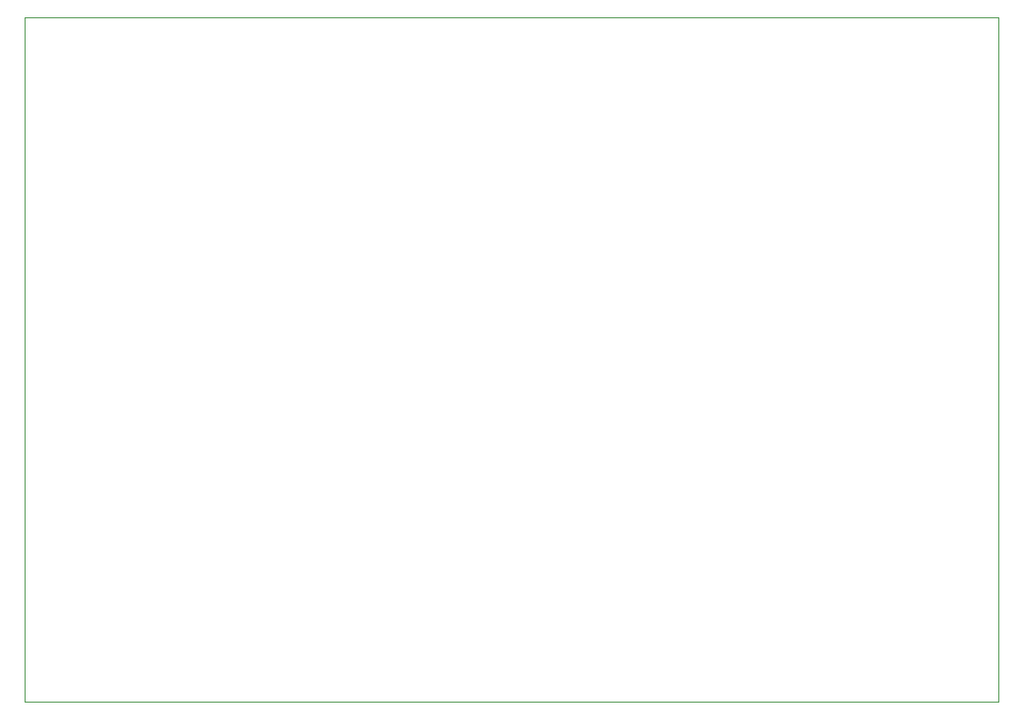
<source format=gbr>
%TF.GenerationSoftware,KiCad,Pcbnew,8.0.6*%
%TF.CreationDate,2024-11-05T17:21:10-06:00*%
%TF.ProjectId,werable_unit (1),77657261-626c-4655-9f75-6e6974202831,rev?*%
%TF.SameCoordinates,Original*%
%TF.FileFunction,Profile,NP*%
%FSLAX46Y46*%
G04 Gerber Fmt 4.6, Leading zero omitted, Abs format (unit mm)*
G04 Created by KiCad (PCBNEW 8.0.6) date 2024-11-05 17:21:10*
%MOMM*%
%LPD*%
G01*
G04 APERTURE LIST*
%TA.AperFunction,Profile*%
%ADD10C,0.050000*%
%TD*%
G04 APERTURE END LIST*
D10*
X85344000Y-36830000D02*
X175768000Y-36830000D01*
X175768000Y-100330000D01*
X85344000Y-100330000D01*
X85344000Y-36830000D01*
M02*

</source>
